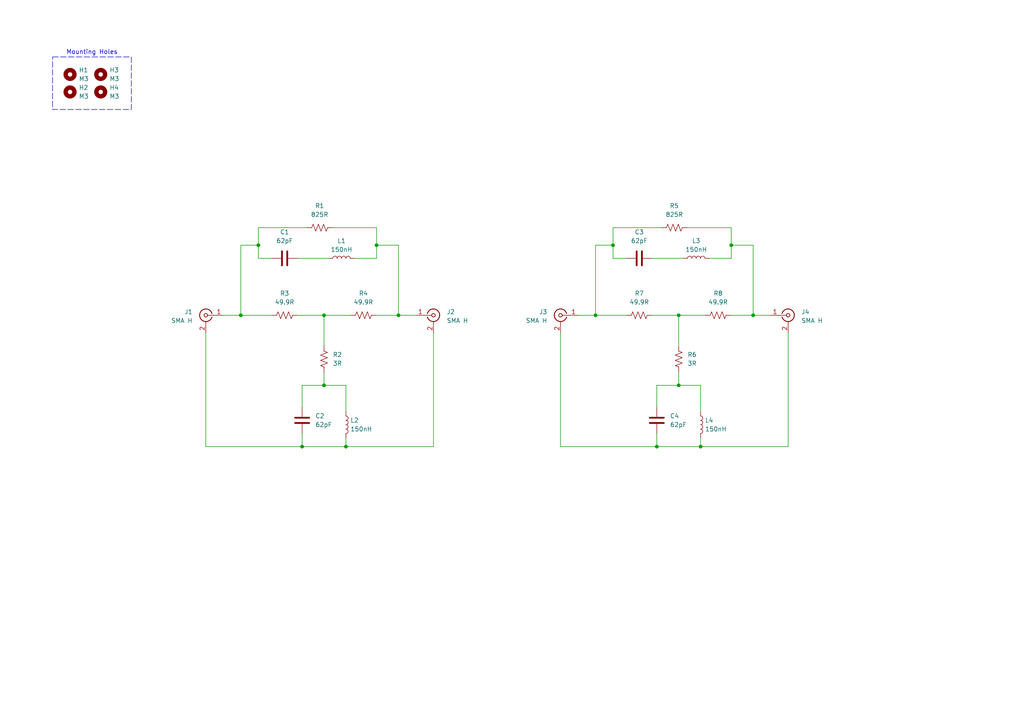
<source format=kicad_sch>
(kicad_sch (version 20231120) (generator "eeschema") (generator_version "8.0")
  (paper "A4")
  (title_block (title "Filtro de preenfasis") (date "2025-01-09") (rev "v1.2") (company "Cotti Nicolas Gabriel") (comment 1 "ncotti@frba.utn.edu.ar"))
  (lib_symbols
    (symbol "Connector:Conn_Coaxial" (pin_names (offset 1.016) hide)
      (property "Reference" "J" (at 0.254 3.048 0))
      (property "Value" "Conn_Coaxial" (at 2.921 0 90))
      (symbol "Conn_Coaxial_0_1"
        (arc (start -1.778 -0.508) (mid 0.2311 -1.8066) (end 1.778 0) (stroke (width 0.254)))
        (polyline (pts (xy -2.54 0) (xy -0.508 0)))
        (polyline (pts (xy 0 -2.54) (xy 0 -1.778)))
        (circle (center 0 0) (radius 0.508) (stroke (width 0.2032)))
        (arc (start 1.778 0) (mid 0.2099 1.8101) (end -1.778 0.508) (stroke (width 0.254)))
      )
      (symbol "Conn_Coaxial_1_1"
        (pin passive line (at -5.08 0 0) (length 2.54) (name "In") (number "1"))
        (pin passive line (at 0 -5.08 90) (length 2.54) (name "Ext") (number "2"))
      )
    )
    (symbol "Device:C" (pin_numbers hide) (pin_names (offset 0.254))
      (property "Reference" "C" (at 0.635 2.54 0))
      (property "Value" "C" (at 0.635 -2.54 0))
      (symbol "C_0_1"
        (polyline (pts (xy -2.032 -0.762) (xy 2.032 -0.762)) (stroke (width 0.508)))
        (polyline (pts (xy -2.032 0.762) (xy 2.032 0.762)) (stroke (width 0.508)))
      )
      (symbol "C_1_1"
        (pin passive line (at 0 3.81 270) (length 2.794) (name "~") (number "1"))
        (pin passive line (at 0 -3.81 90) (length 2.794) (name "~") (number "2"))
      )
    )
    (symbol "Device:L" (pin_numbers hide) (pin_names (offset 1.016) hide)
      (property "Reference" "L" (at -1.27 0 90))
      (property "Value" "L" (at 1.905 0 90))
      (symbol "L_0_1"
        (arc (start 0 -2.54) (mid 0.6323 -1.905) (end 0 -1.27))
        (arc (start 0 -1.27) (mid 0.6323 -0.635) (end 0 0))
        (arc (start 0 0) (mid 0.6323 0.635) (end 0 1.27))
        (arc (start 0 1.27) (mid 0.6323 1.905) (end 0 2.54))
      )
      (symbol "L_1_1"
        (pin passive line (at 0 3.81 270) (length 1.27) (name "1") (number "1"))
        (pin passive line (at 0 -3.81 90) (length 1.27) (name "2") (number "2"))
      )
    )
    (symbol "Device:R_US" (pin_numbers hide) (pin_names (offset 0))
      (property "Reference" "R" (at 2.54 0 90))
      (property "Value" "R_US" (at -2.54 0 90))
      (symbol "R_US_0_1"
        (polyline (pts (xy 0 -2.286) (xy 0 -2.54)))
        (polyline (pts (xy 0 2.286) (xy 0 2.54)))
        (polyline (pts (xy 0 -0.762) (xy 1.016 -1.143) (xy 0 -1.524) (xy -1.016 -1.905) (xy 0 -2.286)))
        (polyline (pts (xy 0 0.762) (xy 1.016 0.381) (xy 0 0) (xy -1.016 -0.381) (xy 0 -0.762)))
        (polyline (pts (xy 0 2.286) (xy 1.016 1.905) (xy 0 1.524) (xy -1.016 1.143) (xy 0 0.762)))
      )
      (symbol "R_US_1_1"
        (pin passive line (at 0 3.81 270) (length 1.27) (name "~") (number "1"))
        (pin passive line (at 0 -3.81 90) (length 1.27) (name "~") (number "2"))
      )
    )
    (symbol "Mechanical:MountingHole" (pin_names (offset 1.016))
      (property "Reference" "H" (at 0 5.08 0))
      (property "Value" "MountingHole" (at 0 3.175 0))
      (symbol "MountingHole_0_1"
        (circle (center 0 0) (radius 1.27) (stroke (width 1.27)))
      )
    )
  )
  (junction (at 203.2 129.54))
  (junction (at 190.5 129.54))
  (junction (at 93.98 111.76))
  (junction (at 69.85 91.44))
  (junction (at 109.22 71.12))
  (junction (at 74.93 71.12))
  (junction (at 172.72 91.44))
  (junction (at 100.33 129.54))
  (junction (at 218.44 91.44))
  (junction (at 93.98 91.44))
  (junction (at 212.09 71.12))
  (junction (at 196.85 91.44))
  (junction (at 177.8 71.12))
  (junction (at 196.85 111.76))
  (junction (at 87.63 129.54))
  (junction (at 115.57 91.44))
  (wire (pts (xy 102.87 74.93) (xy 109.22 74.93)))
  (wire (pts (xy 69.85 91.44) (xy 69.85 71.12)))
  (wire (pts (xy 125.73 129.54) (xy 125.73 96.52)))
  (wire (pts (xy 172.72 91.44) (xy 172.72 71.12)))
  (wire (pts (xy 223.52 91.44) (xy 218.44 91.44)))
  (wire (pts (xy 100.33 111.76) (xy 100.33 119.38)))
  (wire (pts (xy 218.44 71.12) (xy 218.44 91.44)))
  (wire (pts (xy 109.22 71.12) (xy 115.57 71.12)))
  (wire (pts (xy 191.77 66.04) (xy 177.8 66.04)))
  (wire (pts (xy 109.22 71.12) (xy 109.22 66.04)))
  (wire (pts (xy 109.22 74.93) (xy 109.22 71.12)))
  (wire (pts (xy 196.85 107.95) (xy 196.85 111.76)))
  (wire (pts (xy 59.69 96.52) (xy 59.69 129.54)))
  (wire (pts (xy 205.74 74.93) (xy 212.09 74.93)))
  (wire (pts (xy 190.5 118.11) (xy 190.5 111.76)))
  (wire (pts (xy 87.63 118.11) (xy 87.63 111.76)))
  (wire (pts (xy 96.52 66.04) (xy 109.22 66.04)))
  (wire (pts (xy 203.2 127) (xy 203.2 129.54)))
  (wire (pts (xy 93.98 111.76) (xy 100.33 111.76)))
  (wire (pts (xy 189.23 91.44) (xy 196.85 91.44)))
  (wire (pts (xy 93.98 107.95) (xy 93.98 111.76)))
  (wire (pts (xy 167.64 91.44) (xy 172.72 91.44)))
  (wire (pts (xy 74.93 71.12) (xy 74.93 74.93)))
  (wire (pts (xy 93.98 91.44) (xy 101.6 91.44)))
  (wire (pts (xy 86.36 91.44) (xy 93.98 91.44)))
  (wire (pts (xy 93.98 91.44) (xy 93.98 100.33)))
  (wire (pts (xy 59.69 129.54) (xy 87.63 129.54)))
  (wire (pts (xy 87.63 125.73) (xy 87.63 129.54)))
  (wire (pts (xy 196.85 91.44) (xy 204.47 91.44)))
  (wire (pts (xy 212.09 71.12) (xy 218.44 71.12)))
  (wire (pts (xy 177.8 71.12) (xy 177.8 74.93)))
  (wire (pts (xy 86.36 74.93) (xy 95.25 74.93)))
  (wire (pts (xy 100.33 127) (xy 100.33 129.54)))
  (wire (pts (xy 190.5 111.76) (xy 196.85 111.76)))
  (wire (pts (xy 69.85 71.12) (xy 74.93 71.12)))
  (wire (pts (xy 74.93 66.04) (xy 74.93 71.12)))
  (wire (pts (xy 172.72 91.44) (xy 181.61 91.44)))
  (wire (pts (xy 196.85 111.76) (xy 203.2 111.76)))
  (wire (pts (xy 189.23 74.93) (xy 198.12 74.93)))
  (wire (pts (xy 162.56 96.52) (xy 162.56 129.54)))
  (wire (pts (xy 212.09 74.93) (xy 212.09 71.12)))
  (wire (pts (xy 212.09 71.12) (xy 212.09 66.04)))
  (wire (pts (xy 203.2 111.76) (xy 203.2 119.38)))
  (wire (pts (xy 212.09 91.44) (xy 218.44 91.44)))
  (wire (pts (xy 190.5 129.54) (xy 203.2 129.54)))
  (wire (pts (xy 87.63 129.54) (xy 100.33 129.54)))
  (wire (pts (xy 199.39 66.04) (xy 212.09 66.04)))
  (wire (pts (xy 64.77 91.44) (xy 69.85 91.44)))
  (wire (pts (xy 190.5 125.73) (xy 190.5 129.54)))
  (wire (pts (xy 109.22 91.44) (xy 115.57 91.44)))
  (wire (pts (xy 88.9 66.04) (xy 74.93 66.04)))
  (wire (pts (xy 69.85 91.44) (xy 78.74 91.44)))
  (wire (pts (xy 87.63 111.76) (xy 93.98 111.76)))
  (wire (pts (xy 203.2 129.54) (xy 228.6 129.54)))
  (wire (pts (xy 74.93 74.93) (xy 78.74 74.93)))
  (wire (pts (xy 228.6 129.54) (xy 228.6 96.52)))
  (wire (pts (xy 100.33 129.54) (xy 125.73 129.54)))
  (wire (pts (xy 172.72 71.12) (xy 177.8 71.12)))
  (wire (pts (xy 120.65 91.44) (xy 115.57 91.44)))
  (wire (pts (xy 177.8 74.93) (xy 181.61 74.93)))
  (wire (pts (xy 115.57 71.12) (xy 115.57 91.44)))
  (wire (pts (xy 177.8 66.04) (xy 177.8 71.12)))
  (wire (pts (xy 196.85 91.44) (xy 196.85 100.33)))
  (wire (pts (xy 162.56 129.54) (xy 190.5 129.54)))
  (rectangle (start 15.24 16.51) (end 38.1 31.75) (stroke (width 0) (type dash)))
  (text "Mounting Holes" (at 26.67 15.24 0) (effects (font (size 1.27 1.27))))
  (symbol (lib_id "Device:C") (at 87.63 121.92 180) (unit 1)
    (property "Reference" "C2" (at 91.44 120.6499 0) (effects (justify right)))
    (property "Value" "62pF" (at 91.44 123.1899 0) (effects (justify right)))
    (property "Footprint" "Capacitor_SMD:C_0603_1608Metric_Pad1.08x0.95mm_HandSolder" (effects (hide yes)))
    (property "Datasheet" "https://ar.mouser.com/datasheet/2/447/upy_np0x7r_mv_100_to_630v-3461223.pdf" (effects (hide yes)))
    (property "Description" "Unpolarized capacitor" (effects (hide yes)))
    (property "Manufacturer" "YAGEO" (effects (hide yes)))
    (property "Manufacturer P/N" "CC0603JRNPO9BN620" (effects (hide yes)))
    (property "Mouser P/N" "603-CC603JRNPO9BN620" (effects (hide yes)))
    (property "Note" "50V 5%" (effects (hide yes)))
  )
  (symbol (lib_id "Connector:Conn_Coaxial") (at 162.56 91.44 0) (mirror y) (unit 1)
    (property "Reference" "J3" (at 158.75 90.4631 0) (effects (justify left)))
    (property "Value" "SMA H" (at 158.75 93.0031 0) (effects (justify left)))
    (property "Footprint" "Connector_Coaxial:SMA_Samtec_SMA-J-P-X-ST-EM1_EdgeMount" (effects (hide yes)))
    (property "Datasheet" "https://drive.google.com/file/d/1v1HqqVMyMLDkzMx-gRobRVSho1jsaMUK/view?usp=drive_link" (effects (hide yes)))
    (property "Description" "coaxial connector (BNC, SMA, SMB, SMC, Cinch/RCA, LEMO, ...)" (effects (hide yes)))
    (property "Manufacturer" "SMA-KE1.2mm" (effects (hide yes)))
    (property "Manufacturer P/N" "Electrocomponentes" (effects (hide yes)))
    (property "Mouser P/N" "N/A" (effects (hide yes)))
  )
  (symbol (lib_id "Device:R_US") (at 93.98 104.14 0) (unit 1)
    (property "Reference" "R2" (at 96.52 102.8699 0) (effects (justify left)))
    (property "Value" "3R" (at 96.52 105.4099 0) (effects (justify left)))
    (property "Footprint" "Resistor_SMD:R_0603_1608Metric_Pad0.98x0.95mm_HandSolder" (effects (hide yes)))
    (property "Datasheet" "https://ar.mouser.com/datasheet/2/447/PYu_RT_1_to_0_01_RoHS_L_15-3461507.pdf" (effects (hide yes)))
    (property "Description" "Resistor, US symbol" (effects (hide yes)))
    (property "Manufacturer" "YAGEO" (effects (hide yes)))
    (property "Manufacturer P/N" "RT0603FRE073RL" (effects (hide yes)))
    (property "Mouser P/N" "603-RT0603FRE073RL" (effects (hide yes)))
    (property "Note" "Thin F 1% 1/10W" (effects (hide yes)))
  )
  (symbol (lib_id "Connector:Conn_Coaxial") (at 228.6 91.44 0) (unit 1)
    (property "Reference" "J4" (at 232.41 90.4631 0) (effects (justify left)))
    (property "Value" "SMA H" (at 232.41 93.0031 0) (effects (justify left)))
    (property "Footprint" "Connector_Coaxial:SMA_Samtec_SMA-J-P-X-ST-EM1_EdgeMount" (effects (hide yes)))
    (property "Datasheet" "https://drive.google.com/file/d/1v1HqqVMyMLDkzMx-gRobRVSho1jsaMUK/view?usp=drive_link" (effects (hide yes)))
    (property "Description" "coaxial connector (BNC, SMA, SMB, SMC, Cinch/RCA, LEMO, ...)" (effects (hide yes)))
    (property "Manufacturer" "SMA-KE1.2mm" (effects (hide yes)))
    (property "Manufacturer P/N" "Electrocomponentes" (effects (hide yes)))
    (property "Mouser P/N" "N/A" (effects (hide yes)))
  )
  (symbol (lib_id "Device:C") (at 185.42 74.93 90) (unit 1)
    (property "Reference" "C3" (at 185.42 67.31 90))
    (property "Value" "62pF" (at 185.42 69.85 90))
    (property "Footprint" "Capacitor_SMD:C_0603_1608Metric_Pad1.08x0.95mm_HandSolder" (effects (hide yes)))
    (property "Datasheet" "https://ar.mouser.com/datasheet/2/447/upy_np0x7r_mv_100_to_630v-3461223.pdf" (effects (hide yes)))
    (property "Description" "Unpolarized capacitor" (effects (hide yes)))
    (property "Manufacturer" "YAGEO" (effects (hide yes)))
    (property "Manufacturer P/N" "CC0603JRNPO9BN620" (effects (hide yes)))
    (property "Mouser P/N" "603-CC603JRNPO9BN620" (effects (hide yes)))
    (property "Note" "50V 5%" (effects (hide yes)))
  )
  (symbol (lib_id "Device:R_US") (at 185.42 91.44 90) (unit 1)
    (property "Reference" "R7" (at 185.42 85.09 90))
    (property "Value" "49.9R" (at 185.42 87.63 90))
    (property "Footprint" "Resistor_SMD:R_0603_1608Metric_Pad0.98x0.95mm_HandSolder" (effects (hide yes)))
    (property "Datasheet" "https://ar.mouser.com/datasheet/2/447/PYu_RT_1_to_0_01_RoHS_L_15-3461507.pdf" (effects (hide yes)))
    (property "Description" "Resistor, US symbol" (effects (hide yes)))
    (property "Manufacturer" "YAGEO" (effects (hide yes)))
    (property "Manufacturer P/N" " RT0603FRE0749R9L" (effects (hide yes)))
    (property "Mouser P/N" "603-RT0603FRE0749R9L" (effects (hide yes)))
    (property "Note" "Thin Film 1% 1/10W" (effects (hide yes)))
  )
  (symbol (lib_id "Device:R_US") (at 208.28 91.44 90) (unit 1)
    (property "Reference" "R8" (at 208.28 85.09 90))
    (property "Value" "49.9R" (at 208.28 87.63 90))
    (property "Footprint" "Resistor_SMD:R_0603_1608Metric_Pad0.98x0.95mm_HandSolder" (effects (hide yes)))
    (property "Datasheet" "https://ar.mouser.com/datasheet/2/447/PYu_RT_1_to_0_01_RoHS_L_15-3461507.pdf" (effects (hide yes)))
    (property "Description" "Resistor, US symbol" (effects (hide yes)))
    (property "Manufacturer" "YAGEO" (effects (hide yes)))
    (property "Manufacturer P/N" " RT0603FRE0749R9L" (effects (hide yes)))
    (property "Mouser P/N" "603-RT0603FRE0749R9L" (effects (hide yes)))
    (property "Note" "Thin Film 1% 1/10W" (effects (hide yes)))
  )
  (symbol (lib_id "Device:R_US") (at 92.71 66.04 90) (unit 1)
    (property "Reference" "R1" (at 92.71 59.69 90))
    (property "Value" "825R" (at 92.71 62.23 90))
    (property "Footprint" "Resistor_SMD:R_0603_1608Metric_Pad0.98x0.95mm_HandSolder" (effects (hide yes)))
    (property "Datasheet" "https://ar.mouser.com/datasheet/2/447/PYu_RT_1_to_0_01_RoHS_L_15-3461507.pdf" (effects (hide yes)))
    (property "Description" "Resistor, US symbol" (effects (hide yes)))
    (property "Manufacturer" "YAGEO" (effects (hide yes)))
    (property "Manufacturer P/N" " RT0603FRE07825RL" (effects (hide yes)))
    (property "Mouser P/N" "603-RT0603FRE07825RL" (effects (hide yes)))
    (property "Note" "Thin F 1% 1/10W" (effects (hide yes)))
  )
  (symbol (lib_id "Device:C") (at 82.55 74.93 90) (unit 1)
    (property "Reference" "C1" (at 82.55 67.31 90))
    (property "Value" "62pF" (at 82.55 69.85 90))
    (property "Footprint" "Capacitor_SMD:C_0603_1608Metric_Pad1.08x0.95mm_HandSolder" (effects (hide yes)))
    (property "Datasheet" "https://ar.mouser.com/datasheet/2/447/upy_np0x7r_mv_100_to_630v-3461223.pdf" (effects (hide yes)))
    (property "Description" "Unpolarized capacitor" (effects (hide yes)))
    (property "Manufacturer" "YAGEO" (effects (hide yes)))
    (property "Manufacturer P/N" "CC0603JRNPO9BN620" (effects (hide yes)))
    (property "Mouser P/N" "603-CC603JRNPO9BN620" (effects (hide yes)))
    (property "Note" "50V 5%" (effects (hide yes)))
  )
  (symbol (lib_id "Mechanical:MountingHole") (at 29.21 26.67 0) (unit 1)
    (property "Reference" "H4" (at 31.75 25.3999 0) (effects (justify left)))
    (property "Value" "M3" (at 31.75 27.9399 0) (effects (justify left)))
    (property "Footprint" "MountingHole:MountingHole_3.2mm_M3_ISO7380" (effects (hide yes)))
    (property "Datasheet" "N/A" (effects (hide yes)))
    (property "Description" "Mounting Hole without connection" (effects (hide yes)))
    (property "Manufacturer" "N/A" (effects (hide yes)))
    (property "Manufacturer P/N" "N/A" (effects (hide yes)))
    (property "Mouser P/N" "N/A" (effects (hide yes)))
  )
  (symbol (lib_id "Device:L") (at 99.06 74.93 90) (unit 1)
    (property "Reference" "L1" (at 99.06 69.85 90))
    (property "Value" "150nH" (at 99.06 72.39 90))
    (property "Footprint" "Inductor_SMD:L_0603_1608Metric_Pad1.05x0.95mm_HandSolder" (effects (hide yes)))
    (property "Datasheet" "https://product.tdk.com/system/files/dam/doc/product/inductor/inductor/smd/catalog/inductor_commercial_standard_mlj1608_en.pdf?ref_disty=mouser" (effects (hide yes)))
    (property "Description" "Inductor" (effects (hide yes)))
    (property "Manufacturer" "TDK" (effects (hide yes)))
    (property "Manufacturer P/N" " MLJ1608WR15JT000" (effects (hide yes)))
    (property "Mouser P/N" "810-MLJ1608WR15JT000" (effects (hide yes)))
    (property "Note" "5% 0.16R" (effects (hide yes)))
  )
  (symbol (lib_id "Device:C") (at 190.5 121.92 180) (unit 1)
    (property "Reference" "C4" (at 194.31 120.6499 0) (effects (justify right)))
    (property "Value" "62pF" (at 194.31 123.1899 0) (effects (justify right)))
    (property "Footprint" "Capacitor_SMD:C_0603_1608Metric_Pad1.08x0.95mm_HandSolder" (effects (hide yes)))
    (property "Datasheet" "https://ar.mouser.com/datasheet/2/447/upy_np0x7r_mv_100_to_630v-3461223.pdf" (effects (hide yes)))
    (property "Description" "Unpolarized capacitor" (effects (hide yes)))
    (property "Manufacturer" "YAGEO" (effects (hide yes)))
    (property "Manufacturer P/N" "CC0603JRNPO9BN620" (effects (hide yes)))
    (property "Mouser P/N" "603-CC603JRNPO9BN620" (effects (hide yes)))
    (property "Note" "50V 5%" (effects (hide yes)))
  )
  (symbol (lib_id "Connector:Conn_Coaxial") (at 125.73 91.44 0) (unit 1)
    (property "Reference" "J2" (at 129.54 90.4631 0) (effects (justify left)))
    (property "Value" "SMA H" (at 129.54 93.0031 0) (effects (justify left)))
    (property "Footprint" "Connector_Coaxial:SMA_Samtec_SMA-J-P-X-ST-EM1_EdgeMount" (effects (hide yes)))
    (property "Datasheet" "https://drive.google.com/file/d/1v1HqqVMyMLDkzMx-gRobRVSho1jsaMUK/view?usp=drive_link" (effects (hide yes)))
    (property "Description" "coaxial connector (BNC, SMA, SMB, SMC, Cinch/RCA, LEMO, ...)" (effects (hide yes)))
    (property "Manufacturer" "SMA-KE1.2mm" (effects (hide yes)))
    (property "Manufacturer P/N" "Electrocomponentes" (effects (hide yes)))
    (property "Mouser P/N" "N/A" (effects (hide yes)))
  )
  (symbol (lib_id "Mechanical:MountingHole") (at 20.32 21.59 0) (unit 1)
    (property "Reference" "H1" (at 22.86 20.3199 0) (effects (justify left)))
    (property "Value" "M3" (at 22.86 22.8599 0) (effects (justify left)))
    (property "Footprint" "MountingHole:MountingHole_3.2mm_M3_ISO7380" (effects (hide yes)))
    (property "Datasheet" "N/A" (effects (hide yes)))
    (property "Description" "Mounting Hole without connection" (effects (hide yes)))
    (property "Manufacturer" "N/A" (effects (hide yes)))
    (property "Manufacturer P/N" "N/A" (effects (hide yes)))
    (property "Mouser P/N" "N/A" (effects (hide yes)))
  )
  (symbol (lib_id "Mechanical:MountingHole") (at 29.21 21.59 0) (unit 1)
    (property "Reference" "H3" (at 31.75 20.3199 0) (effects (justify left)))
    (property "Value" "M3" (at 31.75 22.8599 0) (effects (justify left)))
    (property "Footprint" "MountingHole:MountingHole_3.2mm_M3_ISO7380" (effects (hide yes)))
    (property "Datasheet" "N/A" (effects (hide yes)))
    (property "Description" "Mounting Hole without connection" (effects (hide yes)))
    (property "Manufacturer" "N/A" (effects (hide yes)))
    (property "Manufacturer P/N" "N/A" (effects (hide yes)))
    (property "Mouser P/N" "N/A" (effects (hide yes)))
  )
  (symbol (lib_id "Device:R_US") (at 195.58 66.04 90) (unit 1)
    (property "Reference" "R5" (at 195.58 59.69 90))
    (property "Value" "825R" (at 195.58 62.23 90))
    (property "Footprint" "Resistor_SMD:R_0603_1608Metric_Pad0.98x0.95mm_HandSolder" (effects (hide yes)))
    (property "Datasheet" "https://ar.mouser.com/datasheet/2/447/PYu_RT_1_to_0_01_RoHS_L_15-3461507.pdf" (effects (hide yes)))
    (property "Description" "Resistor, US symbol" (effects (hide yes)))
    (property "Manufacturer" "YAGEO" (effects (hide yes)))
    (property "Manufacturer P/N" " RT0603FRE07825RL" (effects (hide yes)))
    (property "Mouser P/N" "603-RT0603FRE07825RL" (effects (hide yes)))
    (property "Note" "Thin F 1% 1/10W" (effects (hide yes)))
  )
  (symbol (lib_id "Device:R_US") (at 105.41 91.44 90) (unit 1)
    (property "Reference" "R4" (at 105.41 85.09 90))
    (property "Value" "49.9R" (at 105.41 87.63 90))
    (property "Footprint" "Resistor_SMD:R_0603_1608Metric_Pad0.98x0.95mm_HandSolder" (effects (hide yes)))
    (property "Datasheet" "https://ar.mouser.com/datasheet/2/447/PYu_RT_1_to_0_01_RoHS_L_15-3461507.pdf" (effects (hide yes)))
    (property "Description" "Resistor, US symbol" (effects (hide yes)))
    (property "Manufacturer" "YAGEO" (effects (hide yes)))
    (property "Manufacturer P/N" " RT0603FRE0749R9L" (effects (hide yes)))
    (property "Mouser P/N" "603-RT0603FRE0749R9L" (effects (hide yes)))
    (property "Note" "Thin Film 1% 1/10W" (effects (hide yes)))
  )
  (symbol (lib_id "Connector:Conn_Coaxial") (at 59.69 91.44 0) (mirror y) (unit 1)
    (property "Reference" "J1" (at 55.88 90.4631 0) (effects (justify left)))
    (property "Value" "SMA H" (at 55.88 93.0031 0) (effects (justify left)))
    (property "Footprint" "Connector_Coaxial:SMA_Samtec_SMA-J-P-X-ST-EM1_EdgeMount" (effects (hide yes)))
    (property "Datasheet" "https://drive.google.com/file/d/1v1HqqVMyMLDkzMx-gRobRVSho1jsaMUK/view?usp=drive_link" (effects (hide yes)))
    (property "Description" "coaxial connector (BNC, SMA, SMB, SMC, Cinch/RCA, LEMO, ...)" (effects (hide yes)))
    (property "Manufacturer" "SMA-KE1.2mm" (effects (hide yes)))
    (property "Manufacturer P/N" "Electrocomponentes" (effects (hide yes)))
    (property "Mouser P/N" "N/A" (effects (hide yes)))
  )
  (symbol (lib_id "Device:R_US") (at 196.85 104.14 0) (unit 1)
    (property "Reference" "R6" (at 199.39 102.8699 0) (effects (justify left)))
    (property "Value" "3R" (at 199.39 105.4099 0) (effects (justify left)))
    (property "Footprint" "Resistor_SMD:R_0603_1608Metric_Pad0.98x0.95mm_HandSolder" (effects (hide yes)))
    (property "Datasheet" "https://ar.mouser.com/datasheet/2/447/PYu_RT_1_to_0_01_RoHS_L_15-3461507.pdf" (effects (hide yes)))
    (property "Description" "Resistor, US symbol" (effects (hide yes)))
    (property "Manufacturer" "YAGEO" (effects (hide yes)))
    (property "Manufacturer P/N" "RT0603FRE073RL" (effects (hide yes)))
    (property "Mouser P/N" "603-RT0603FRE073RL" (effects (hide yes)))
    (property "Note" "Thin F 1% 1/10W" (effects (hide yes)))
  )
  (symbol (lib_id "Device:L") (at 203.2 123.19 0) (unit 1)
    (property "Reference" "L4" (at 204.47 121.9199 0) (effects (justify left)))
    (property "Value" "150nH" (at 204.47 124.4599 0) (effects (justify left)))
    (property "Footprint" "Inductor_SMD:L_0603_1608Metric_Pad1.05x0.95mm_HandSolder" (effects (hide yes)))
    (property "Datasheet" "https://product.tdk.com/system/files/dam/doc/product/inductor/inductor/smd/catalog/inductor_commercial_standard_mlj1608_en.pdf?ref_disty=mouser" (effects (hide yes)))
    (property "Description" "Inductor" (effects (hide yes)))
    (property "Manufacturer" "TDK" (effects (hide yes)))
    (property "Manufacturer P/N" " MLJ1608WR15JT000" (effects (hide yes)))
    (property "Mouser P/N" "810-MLJ1608WR15JT000" (effects (hide yes)))
    (property "Note" "5% 0.16R" (effects (hide yes)))
  )
  (symbol (lib_id "Device:L") (at 100.33 123.19 0) (unit 1)
    (property "Reference" "L2" (at 101.6 121.9199 0) (effects (justify left)))
    (property "Value" "150nH" (at 101.6 124.4599 0) (effects (justify left)))
    (property "Footprint" "Inductor_SMD:L_0603_1608Metric_Pad1.05x0.95mm_HandSolder" (effects (hide yes)))
    (property "Datasheet" "https://product.tdk.com/system/files/dam/doc/product/inductor/inductor/smd/catalog/inductor_commercial_standard_mlj1608_en.pdf?ref_disty=mouser" (effects (hide yes)))
    (property "Description" "Inductor" (effects (hide yes)))
    (property "Manufacturer" "TDK" (effects (hide yes)))
    (property "Manufacturer P/N" " MLJ1608WR15JT000" (effects (hide yes)))
    (property "Mouser P/N" "810-MLJ1608WR15JT000" (effects (hide yes)))
    (property "Note" "5% 0.16R" (effects (hide yes)))
  )
  (symbol (lib_id "Device:R_US") (at 82.55 91.44 90) (unit 1)
    (property "Reference" "R3" (at 82.55 85.09 90))
    (property "Value" "49.9R" (at 82.55 87.63 90))
    (property "Footprint" "Resistor_SMD:R_0603_1608Metric_Pad0.98x0.95mm_HandSolder" (effects (hide yes)))
    (property "Datasheet" "https://ar.mouser.com/datasheet/2/447/PYu_RT_1_to_0_01_RoHS_L_15-3461507.pdf" (effects (hide yes)))
    (property "Description" "Resistor, US symbol" (effects (hide yes)))
    (property "Manufacturer" "YAGEO" (effects (hide yes)))
    (property "Manufacturer P/N" " RT0603FRE0749R9L" (effects (hide yes)))
    (property "Mouser P/N" "603-RT0603FRE0749R9L" (effects (hide yes)))
    (property "Note" "Thin Film 1% 1/10W" (effects (hide yes)))
  )
  (symbol (lib_id "Mechanical:MountingHole") (at 20.32 26.67 0) (unit 1)
    (property "Reference" "H2" (at 22.86 25.3999 0) (effects (justify left)))
    (property "Value" "M3" (at 22.86 27.9399 0) (effects (justify left)))
    (property "Footprint" "MountingHole:MountingHole_3.2mm_M3_ISO7380" (effects (hide yes)))
    (property "Datasheet" "N/A" (effects (hide yes)))
    (property "Description" "Mounting Hole without connection" (effects (hide yes)))
    (property "Manufacturer" "N/A" (effects (hide yes)))
    (property "Manufacturer P/N" "N/A" (effects (hide yes)))
    (property "Mouser P/N" "N/A" (effects (hide yes)))
  )
  (symbol (lib_id "Device:L") (at 201.93 74.93 90) (unit 1)
    (property "Reference" "L3" (at 201.93 69.85 90))
    (property "Value" "150nH" (at 201.93 72.39 90))
    (property "Footprint" "Inductor_SMD:L_0603_1608Metric_Pad1.05x0.95mm_HandSolder" (effects (hide yes)))
    (property "Datasheet" "https://product.tdk.com/system/files/dam/doc/product/inductor/inductor/smd/catalog/inductor_commercial_standard_mlj1608_en.pdf?ref_disty=mouser" (effects (hide yes)))
    (property "Description" "Inductor" (effects (hide yes)))
    (property "Manufacturer" "TDK" (effects (hide yes)))
    (property "Manufacturer P/N" " MLJ1608WR15JT000" (effects (hide yes)))
    (property "Mouser P/N" "810-MLJ1608WR15JT000" (effects (hide yes)))
    (property "Note" "5% 0.16R" (effects (hide yes)))
  )
)
</source>
